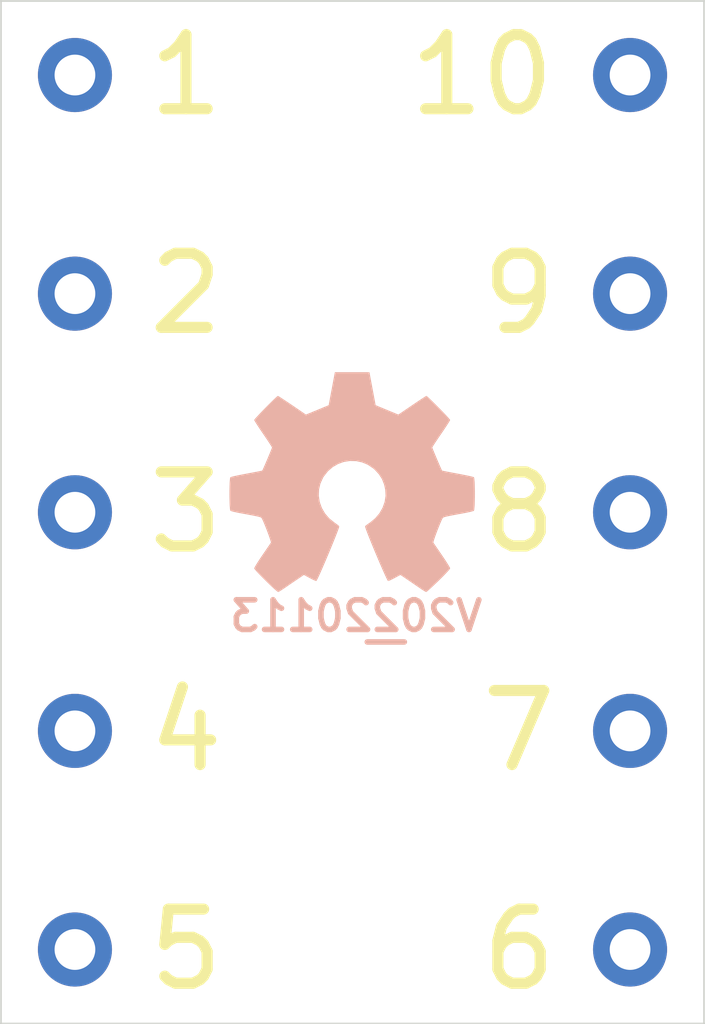
<source format=kicad_pcb>
(kicad_pcb (version 20221018) (generator pcbnew)
  (layers (0 "F.Cu" mixed) (31 "B.Cu" mixed) (34 "B.Paste" user) (35 "F.Paste" user) (36 "B.SilkS" user "B.Silkscreen") (37 "F.SilkS" user "F.Silkscreen") (38 "B.Mask" user) (39 "F.Mask" user) (44 "Edge.Cuts" user))
  (net 0 "")
  (net 1 "Net-(J1-Pin_1)")
  (footprint "mill-max:PC_pin_nail_head_6092" (layer "F.Cu") (at 142.5 62.5)
    (fp_text reference "J1")
    (fp_text value "1" (at 3 0) (layer "F.SilkS") (effects (font (size 2 2) (thickness 0.3))))
    (pad "1" thru_hole circle locked (at 0 0) (size 2 2) (drill 1.1) (layers "*.Cu" "*.Mask") (net 1 "Net-(J1-Pin_1)"))
  )
  (footprint "mill-max:PC_pin_nail_head_6092" (layer "F.Cu") (at 142.5 68.4)
    (fp_text reference "J2")
    (fp_text value "2" (at 3 0) (layer "F.SilkS") (effects (font (size 2 2) (thickness 0.3))))
    (pad "1" thru_hole circle locked (at 0 0) (size 2 2) (drill 1.1) (layers "*.Cu" "*.Mask") (net 1 "Net-(J1-Pin_1)"))
  )
  (footprint "mill-max:PC_pin_nail_head_6092" (layer "F.Cu") (at 142.5 74.3)
    (fp_text reference "J3")
    (fp_text value "3" (at 3 0) (layer "F.SilkS") (effects (font (size 2 2) (thickness 0.3))))
    (pad "1" thru_hole circle locked (at 0 0) (size 2 2) (drill 1.1) (layers "*.Cu" "*.Mask") (net 1 "Net-(J1-Pin_1)"))
  )
  (footprint "mill-max:PC_pin_nail_head_6092" (layer "F.Cu") (at 142.5 86.1 180)
    (fp_text reference "J5")
    (fp_text value "5" (at -3 0) (layer "F.SilkS") (effects (font (size 2 2) (thickness 0.3))))
    (pad "1" thru_hole circle locked (at 0 0 180) (size 2 2) (drill 1.1) (layers "*.Cu" "*.Mask") (net 1 "Net-(J1-Pin_1)"))
  )
  (footprint "mill-max:PC_pin_nail_head_6092" (layer "F.Cu") (at 157.5 86.1)
    (fp_text reference "J6")
    (fp_text value "6" (at -3 0) (layer "F.SilkS") (effects (font (size 2 2) (thickness 0.3))))
    (pad "1" thru_hole circle locked (at 0 0) (size 2 2) (drill 1.1) (layers "*.Cu" "*.Mask") (net 1 "Net-(J1-Pin_1)"))
  )
  (footprint "mill-max:PC_pin_nail_head_6092" (layer "F.Cu") (at 142.5 80.2 180)
    (fp_text reference "J4")
    (fp_text value "4" (at -3 0) (layer "F.SilkS") (effects (font (size 2 2) (thickness 0.3))))
    (pad "1" thru_hole circle locked (at 0 0 180) (size 2 2) (drill 1.1) (layers "*.Cu" "*.Mask") (net 1 "Net-(J1-Pin_1)"))
  )
  (footprint "mill-max:PC_pin_nail_head_6092" (layer "F.Cu") (at 157.5 74.3)
    (fp_text reference "J8")
    (fp_text value "8" (at -3 0) (layer "F.SilkS") (effects (font (size 2 2) (thickness 0.3))))
    (pad "1" thru_hole circle locked (at 0 0) (size 2 2) (drill 1.1) (layers "*.Cu" "*.Mask") (net 1 "Net-(J1-Pin_1)"))
  )
  (footprint "mill-max:PC_pin_nail_head_6092" (layer "F.Cu") (at 157.5 62.5)
    (fp_text reference "J10")
    (fp_text value "10" (at -4 0) (layer "F.SilkS") (effects (font (size 2 2) (thickness 0.3))))
    (pad "1" thru_hole circle locked (at 0 0) (size 2 2) (drill 1.1) (layers "*.Cu" "*.Mask") (net 1 "Net-(J1-Pin_1)"))
  )
  (footprint "mill-max:PC_pin_nail_head_6092" (layer "F.Cu") (at 157.5 80.2)
    (fp_text reference "J7")
    (fp_text value "7" (at -3 0) (layer "F.SilkS") (effects (font (size 2 2) (thickness 0.3))))
    (pad "1" thru_hole circle locked (at 0 0) (size 2 2) (drill 1.1) (layers "*.Cu" "*.Mask") (net 1 "Net-(J1-Pin_1)"))
  )
  (footprint "mill-max:PC_pin_nail_head_6092" (layer "F.Cu") (at 157.5 68.4)
    (fp_text reference "J9")
    (fp_text value "9" (at -3 0) (layer "F.SilkS") (effects (font (size 2 2) (thickness 0.3))))
    (pad "1" thru_hole circle locked (at 0 0) (size 2 2) (drill 1.1) (layers "*.Cu" "*.Mask") (net 1 "Net-(J1-Pin_1)"))
  )
  (footprint "Symbol:OSHW-Symbol_6.7x6mm_SilkScreen" (layer "B.Cu") (at 150 73.5 180)
    (fp_text reference "N2" hide)
    (fp_text value "OHWLOGO" hide)
    (fp_poly (pts (xy 0.555814 2.531069) (xy 0.639635 2.086445) (xy 0.94892 1.958947) (xy 1.258206 1.831449) (xy 1.629246 2.083754) (xy 1.733157 2.154004) (xy 1.827087 2.216728) (xy 1.906652 2.269062) (xy 1.96747 2.308143) (xy 2.005157 2.331107) (xy 2.015421 2.336058) (xy 2.03391 2.323324) (xy 2.07342 2.288118) (xy 2.129522 2.234938) (xy 2.197787 2.168282) (xy 2.273786 2.092646) (xy 2.353092 2.012528) (xy 2.431275 1.932426) (xy 2.503907 1.856836) (xy 2.566559 1.790255) (xy 2.614803 1.737182) (xy 2.64421 1.702113) (xy 2.651241 1.690377) (xy 2.641123 1.66874) (xy 2.612759 1.621338) (xy 2.569129 1.552807) (xy 2.513218 1.467785) (xy 2.448006 1.370907) (xy 2.410219 1.31565) (xy 2.341343 1.214752) (xy 2.28014 1.123701) (xy 2.229578 1.04703) (xy 2.192628 0.989272) (xy 2.172258 0.954957) (xy 2.169197 0.947746) (xy 2.176136 0.927252) (xy 2.195051 0.879487) (xy 2.223087 0.811168) (xy 2.257391 0.729011) (xy 2.295109 0.63973) (xy 2.333387 0.550042) (xy 2.36937 0.466662) (xy 2.400206 0.396306) (xy 2.423039 0.34569) (xy 2.435017 0.321529) (xy 2.435724 0.320578) (xy 2.454531 0.315964) (xy 2.504618 0.305672) (xy 2.580793 0.290713) (xy 2.677865 0.272099) (xy 2.790643 0.250841) (xy 2.856442 0.238582) (xy 2.97695 0.215638) (xy 3.085797 0.193805) (xy 3.177476 0.174278) (xy 3.246481 0.158252) (xy 3.287304 0.146921) (xy 3.295511 0.143326) (xy 3.303548 0.118994) (xy 3.310033 0.064041) (xy 3.31497 -0.015108) (xy 3.318364 -0.112026) (xy 3.320218 -0.220287) (xy 3.320538 -0.333465) (xy 3.319327 -0.445135) (xy 3.31659 -0.548868) (xy 3.312331 -0.638241) (xy 3.306555 -0.706826) (xy 3.299267 -0.748197) (xy 3.294895 -0.75681) (xy 3.268764 -0.767133) (xy 3.213393 -0.781892) (xy 3.136107 -0.799352) (xy 3.04423 -0.81778) (xy 3.012158 -0.823741) (xy 2.857524 -0.852066) (xy 2.735375 -0.874876) (xy 2.641673 -0.89308) (xy 2.572384 -0.907583) (xy 2.523471 -0.919292) (xy 2.490897 -0.929115) (xy 2.470628 -0.937956) (xy 2.458626 -0.946724) (xy 2.456947 -0.948457) (xy 2.440184 -0.976371) (xy 2.414614 -1.030695) (xy 2.382788 -1.104777) (xy 2.34726 -1.191965) (xy 2.310583 -1.285608) (xy 2.275311 -1.379052) (xy 2.243996 -1.465647) (xy 2.219193 -1.53874) (xy 2.203454 -1.591678) (xy 2.199332 -1.617811) (xy 2.199676 -1.618726) (xy 2.213641 -1.640086) (xy 2.245322 -1.687084) (xy 2.291391 -1.754827) (xy 2.348518 -1.838423) (xy 2.413373 -1.932982) (xy 2.431843 -1.959854) (xy 2.497699 -2.057275) (xy 2.55565 -2.146163) (xy 2.602538 -2.221412) (xy 2.635207 -2.27792) (xy 2.6505 -2.310581) (xy 2.651241 -2.314593) (xy 2.638392 -2.335684) (xy 2.602888 -2.377464) (xy 2.549293 -2.435445) (xy 2.482171 -2.505135) (xy 2.406087 -2.582045) (xy 2.325604 -2.661683) (xy 2.245287 -2.739561) (xy 2.169699 -2.811186) (xy 2.103405 -2.87207) (xy 2.050969 -2.917721) (xy 2.016955 -2.94365) (xy 2.007545 -2.947883) (xy 1.985643 -2.937912) (xy 1.9408 -2.91102) (xy 1.880321 -2.871736) (xy 1.833789 -2.840117) (xy 1.749475 -2.782098) (xy 1.649626 -2.713784) (xy 1.549473 -2.645579) (xy 1.495627 -2.609075) (xy 1.313371 -2.4858) (xy 1.160381 -2.56852) (xy 1.090682 -2.604759) (xy 1.031414 -2.632926) (xy 0.991311 -2.648991) (xy 0.981103 -2.651226) (xy 0.968829 -2.634722) (xy 0.944613 -2.588082) (xy 0.910263 -2.515609) (xy 0.867588 -2.421606) (xy 0.818394 -2.310374) (xy 0.76449 -2.186215) (xy 0.707684 -2.053432) (xy 0.649782 -1.916327) (xy 0.592593 -1.779202) (xy 0.537924 -1.646358) (xy 0.487584 -1.522098) (xy 0.44338 -1.410725) (xy 0.407119 -1.316539) (xy 0.380609 -1.243844) (xy 0.365658 -1.196941) (xy 0.363254 -1.180833) (xy 0.382311 -1.160286) (xy 0.424036 -1.126933) (xy 0.479706 -1.087702) (xy 0.484378 -1.084599) (xy 0.628264 -0.969423) (xy 0.744283 -0.835053) (xy 0.83143 -0.685784) (xy 0.888699 -0.525913) (xy 0.915086 -0.359737) (xy 0.909585 -0.191552) (xy 0.87119 -0.025655) (xy 0.798895 0.133658) (xy 0.777626 0.168513) (xy 0.666996 0.309263) (xy 0.536302 0.422286) (xy 0.390064 0.506997) (xy 0.232808 0.562806) (xy 0.069057 0.589126) (xy -0.096667 0.58537) (xy -0.259838 0.55095) (xy -0.415935 0.485277) (xy -0.560433 0.387765) (xy -0.605131 0.348187) (xy -0.718888 0.224297) (xy -0.801782 0.093876) (xy -0.858644 -0.052315) (xy -0.890313 -0.197088) (xy -0.898131 -0.35986) (xy -0.872062 -0.52344) (xy -0.814755 -0.682298) (xy -0.728856 -0.830906) (xy -0.617014 -0.963735) (xy -0.481877 -1.075256) (xy -0.464117 -1.087011) (xy -0.40785 -1.125508) (xy -0.365077 -1.158863) (xy -0.344628 -1.18016) (xy -0.344331 -1.180833) (xy -0.348721 -1.203871) (xy -0.366124 -1.256157) (xy -0.394732 -1.33339) (xy -0.432735 -1.431268) (xy -0.478326 -1.545491) (xy -0.529697 -1.671758) (xy -0.585038 -1.805767) (xy -0.642542 -1.943218) (xy -0.700399 -2.079808) (xy -0.756802 -2.211237) (xy -0.809942 -2.333205) (xy -0.85801 -2.441409) (xy -0.899199 -2.531549) (xy -0.931699 -2.599323) (xy -0.953703 -2.64043) (xy -0.962564 -2.651226) (xy -0.98964 -2.642819) (xy -1.040303 -2.620272) (xy -1.105817 -2.587613) (xy -1.141841 -2.56852) (xy -1.294832 -2.4858) (xy -1.477088 -2.609075) (xy -1.570125 -2.672228) (xy -1.671985 -2.741727) (xy -1.767438 -2.807165) (xy -1.81525 -2.840117) (xy -1.882495 -2.885273) (xy -1.939436 -2.921057) (xy -1.978646 -2.942938) (xy -1.991381 -2.947563) (xy -2.009917 -2.935085) (xy -2.050941 -2.900252) (xy -2.110475 -2.846678) (xy -2.184542 -2.777983) (xy -2.269165 -2.697781) (xy -2.322685 -2.646286) (xy -2.416319 -2.554286) (xy -2.497241 -2.471999) (xy -2.562177 -2.402945) (xy -2.607858 -2.350644) (xy -2.631011 -2.318616) (xy -2.633232 -2.312116) (xy -2.622924 -2.287394) (xy -2.594439 -2.237405) (xy -2.550937 -2.167212) (xy -2.495577 -2.081875) (xy -2.43152 -1.986456) (xy -2.413303 -1.959854) (xy -2.346927 -1.863167) (xy -2.287378 -1.776117) (xy -2.237984 -1.703595) (xy -2.202075 -1.650493) (xy -2.182981 -1.621703) (xy -2.181136 -1.618726) (xy -2.183895 -1.595782) (xy -2.198538 -1.545336) (xy -2.222513 -1.474041) (xy -2.253266 -1.388547) (xy -2.288244 -1.295507) (xy -2.324893 -1.201574) (xy -2.360661 -1.113399) (xy -2.392994 -1.037634) (xy -2.419338 -0.980931) (xy -2.437142 -0.949943) (xy -2.438407 -0.948457) (xy -2.449294 -0.939601) (xy -2.467682 -0.930843) (xy -2.497606 -0.921277) (xy -2.543103 -0.909996) (xy -2.608209 -0.896093) (xy -2.696961 -0.878663) (xy -2.813393 -0.856798) (xy -2.961542 -0.829591) (xy -2.993618 -0.823741) (xy -3.088686 -0.805374) (xy -3.171565 -0.787405) (xy -3.23493 -0.771569) (xy -3.271458 -0.7596) (xy -3.276356 -0.75681) (xy -3.284427 -0.732072) (xy -3.290987 -0.67679) (xy -3.296033 -0.597389) (xy -3.299559 -0.500296) (xy -3.301561 -0.391938) (xy -3.302036 -0.27874) (xy -3.300977 -0.167128) (xy -3.298382 -0.063529) (xy -3.294246 0.025632) (xy -3.288563 0.093928) (xy -3.281331 0.134934) (xy -3.276971 0.143326) (xy -3.252698 0.151792) (xy -3.197426 0.165565) (xy -3.116662 0.18345) (xy -3.015912 0.204252) (xy -2.900683 0.226777) (xy -2.837902 0.238582) (xy -2.718787 0.260849) (xy -2.612565 0.281021) (xy -2.524427 0.298085) (xy -2.459566 0.311031) (xy -2.423174 0.318845) (xy -2.417184 0.320578) (xy -2.407061 0.34011) (xy -2.385662 0.387157) (xy -2.355839 0.454997) (xy -2.320445 0.536909) (xy -2.282332 0.626172) (xy -2.244353 0.716065) (xy -2.20936 0.799865) (xy -2.180206 0.870853) (xy -2.159743 0.922306) (xy -2.150823 0.947503) (xy -2.150657 0.948604) (xy -2.160769 0.968481) (xy -2.189117 1.014223) (xy -2.232723 1.081283) (xy -2.288606 1.165116) (xy -2.353787 1.261174) (xy -2.391679 1.31635) (xy -2.460725 1.417519) (xy -2.52205 1.50937) (xy -2.572663 1.587256) (xy -2.609571 1.646531) (xy -2.629782 1.682549) (xy -2.632701 1.690623) (xy -2.620153 1.709416) (xy -2.585463 1.749543) (xy -2.533063 1.806507) (xy -2.467384 1.875815) (xy -2.392856 1.952969) (xy -2.313913 2.033475) (xy -2.234983 2.112837) (xy -2.1605 2.18656) (xy -2.094894 2.250148) (xy -2.042596 2.299106) (xy -2.008039 2.328939) (xy -1.996478 2.336058) (xy -1.977654 2.326047) (xy -1.932631 2.297922) (xy -1.865787 2.254546) (xy -1.781499 2.198782) (xy -1.684144 2.133494) (xy -1.610707 2.083754) (xy -1.239667 1.831449) (xy -0.621095 2.086445) (xy -0.537275 2.531069) (xy -0.453454 2.975693) (xy 0.471994 2.975693) (xy 0.555814 2.531069)) (stroke (width 0.01)) (fill solid) (layer "B.SilkS"))
  )
  (footprint "SquantorLabels:Label_Generic" (layer "B.Cu") (at 150.9 77.2 180)
    (fp_text reference "N1" hide)
    (fp_text value "V20220113" (at 0.8 0.1) (layer "B.SilkS") (effects (font (size 0.8 0.8)) (justify mirror)))
    (fp_line (start -0.5 -0.6) (end 0.5 -0.6) (stroke (width 0.15)) (layer "B.SilkS"))
  )
  (gr_line (start 140.5 88.1) (end 159.5 88.1) (stroke (width 0.05)) (layer "Edge.Cuts"))
  (gr_line (start 159.5 60.5) (end 159.5 88.1) (stroke (width 0.05)) (layer "Edge.Cuts"))
  (gr_line (start 159.5 60.5) (end 140.5 60.5) (stroke (width 0.05)) (layer "Edge.Cuts"))
  (gr_line (start 140.5 88.1) (end 140.5 60.5) (stroke (width 0.05)) (layer "Edge.Cuts"))
)
</source>
